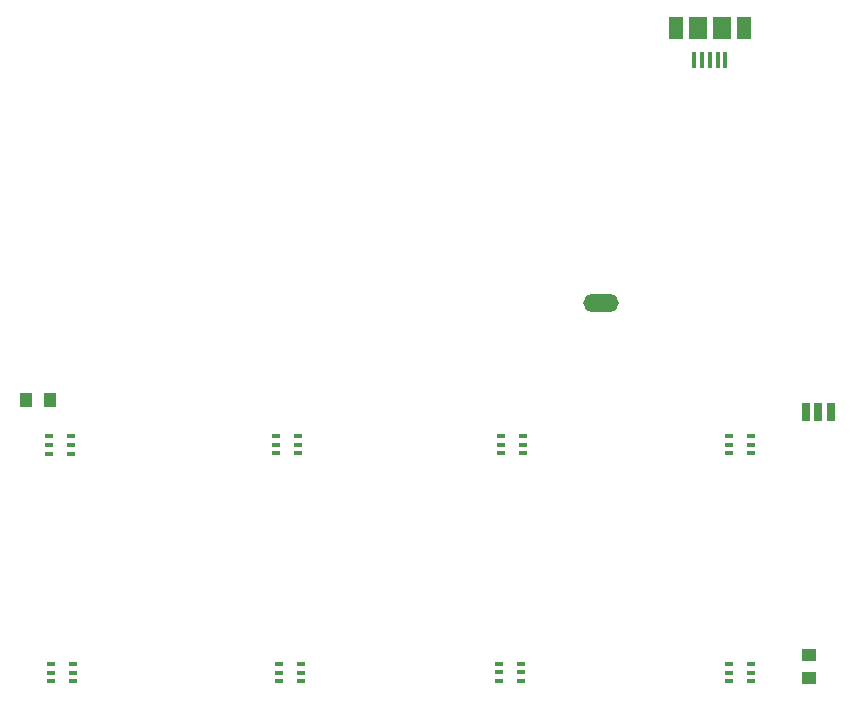
<source format=gbr>
G04 #@! TF.FileFunction,Paste,Top*
%FSLAX46Y46*%
G04 Gerber Fmt 4.6, Leading zero omitted, Abs format (unit mm)*
G04 Created by KiCad (PCBNEW 4.0.7) date 07/26/18 07:44:54*
%MOMM*%
%LPD*%
G01*
G04 APERTURE LIST*
%ADD10C,0.100000*%
%ADD11R,1.500000X1.900000*%
%ADD12R,0.400000X1.350000*%
%ADD13R,1.200000X1.900000*%
%ADD14R,0.700000X0.350000*%
%ADD15O,3.000000X1.500000*%
%ADD16R,1.000000X1.250000*%
%ADD17R,1.250000X1.000000*%
%ADD18R,0.750000X1.500000*%
G04 APERTURE END LIST*
D10*
D11*
X225320000Y-104200000D03*
D12*
X226970000Y-106900000D03*
X227620000Y-106900000D03*
X225020000Y-106900000D03*
X225670000Y-106900000D03*
X226320000Y-106900000D03*
D11*
X227320000Y-104200000D03*
D13*
X223420000Y-104200000D03*
X229220000Y-104200000D03*
D14*
X227932000Y-138706000D03*
X229832000Y-138706000D03*
X227932000Y-139456000D03*
X229832000Y-139456000D03*
X227932000Y-140206000D03*
X229832000Y-140206000D03*
X208628000Y-138706000D03*
X210528000Y-138706000D03*
X208628000Y-139456000D03*
X210528000Y-139456000D03*
X208628000Y-140206000D03*
X210528000Y-140206000D03*
X189578000Y-138706000D03*
X191478000Y-138706000D03*
X189578000Y-139456000D03*
X191478000Y-139456000D03*
X189578000Y-140206000D03*
X191478000Y-140206000D03*
D15*
X217120000Y-127450000D03*
D14*
X170340000Y-138718000D03*
X172240000Y-138718000D03*
X170340000Y-139468000D03*
X172240000Y-139468000D03*
X170340000Y-140218000D03*
X172240000Y-140218000D03*
X172428000Y-159510000D03*
X170528000Y-159510000D03*
X172428000Y-158760000D03*
X170528000Y-158760000D03*
X172428000Y-158010000D03*
X170528000Y-158010000D03*
X191732000Y-159510000D03*
X189832000Y-159510000D03*
X191732000Y-158760000D03*
X189832000Y-158760000D03*
X191732000Y-158010000D03*
X189832000Y-158010000D03*
X210340000Y-159498000D03*
X208440000Y-159498000D03*
X210340000Y-158748000D03*
X208440000Y-158748000D03*
X210340000Y-157998000D03*
X208440000Y-157998000D03*
X229832000Y-159510000D03*
X227932000Y-159510000D03*
X229832000Y-158760000D03*
X227932000Y-158760000D03*
X229832000Y-158010000D03*
X227932000Y-158010000D03*
D16*
X168446000Y-135646000D03*
X170446000Y-135646000D03*
D17*
X234724000Y-159252000D03*
X234724000Y-157252000D03*
D18*
X236610000Y-136662000D03*
X235498800Y-136662000D03*
X234425600Y-136662000D03*
M02*

</source>
